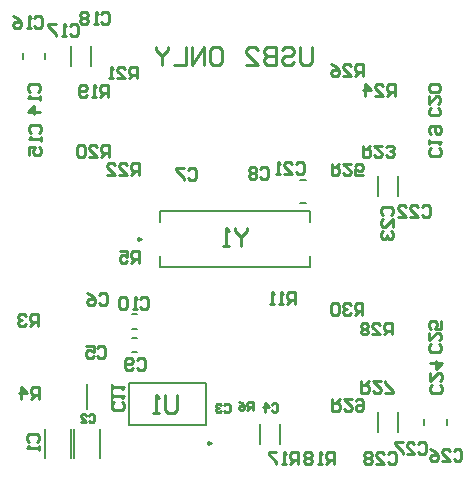
<source format=gbo>
G04*
G04 #@! TF.GenerationSoftware,Altium Limited,Altium Designer,21.0.9 (235)*
G04*
G04 Layer_Color=32896*
%FSLAX25Y25*%
%MOIN*%
G70*
G04*
G04 #@! TF.SameCoordinates,DF5498ED-4C10-4E6D-B319-6E78A4A4F47C*
G04*
G04*
G04 #@! TF.FilePolarity,Positive*
G04*
G01*
G75*
%ADD10C,0.00984*%
%ADD12C,0.00787*%
%ADD13C,0.01000*%
D10*
X47343Y78740D02*
X46604Y79166D01*
Y78314D01*
X47343Y78740D01*
X70669Y10650D02*
X69931Y11076D01*
Y10223D01*
X70669Y10650D01*
D12*
X29429Y21850D02*
Y30512D01*
X37894Y21850D02*
Y30512D01*
X44304Y48807D02*
X46248D01*
X44304Y53556D02*
X46248D01*
X44304Y40933D02*
X46248D01*
X44304Y45682D02*
X46248D01*
X8071Y138784D02*
Y140743D01*
X15551Y138784D02*
Y140743D01*
X30906Y136417D02*
Y143110D01*
X24213Y136417D02*
Y143110D01*
X100595Y90748D02*
X102554D01*
X100595Y98228D02*
X102554D01*
X126575Y93110D02*
Y99803D01*
X133268Y93110D02*
Y99803D01*
X149409Y16737D02*
Y18696D01*
X141929Y16737D02*
Y18696D01*
X126575Y14370D02*
Y21063D01*
X133268Y14370D02*
Y21063D01*
X53740Y69488D02*
Y73032D01*
Y84449D02*
Y87992D01*
X103740Y84449D02*
Y87992D01*
Y69488D02*
Y73032D01*
X53740Y87992D02*
X103740D01*
X53740Y69488D02*
X103740D01*
X93898Y10433D02*
Y17126D01*
X87205Y10433D02*
Y17126D01*
X25197Y5791D02*
Y15469D01*
X33858Y5791D02*
Y15469D01*
X43593Y16722D02*
X69203D01*
X43593D02*
Y30522D01*
X69203D01*
Y16722D02*
Y30522D01*
X15354Y5791D02*
Y15469D01*
X24016Y5791D02*
Y15469D01*
D13*
X104315Y142628D02*
Y137630D01*
X103315Y136630D01*
X101316D01*
X100316Y137630D01*
Y142628D01*
X94318Y141628D02*
X95318Y142628D01*
X97317D01*
X98317Y141628D01*
Y140629D01*
X97317Y139629D01*
X95318D01*
X94318Y138629D01*
Y137630D01*
X95318Y136630D01*
X97317D01*
X98317Y137630D01*
X92319Y142628D02*
Y136630D01*
X89320D01*
X88320Y137630D01*
Y138629D01*
X89320Y139629D01*
X92319D01*
X89320D01*
X88320Y140629D01*
Y141628D01*
X89320Y142628D01*
X92319D01*
X82322Y136630D02*
X86321D01*
X82322Y140629D01*
Y141628D01*
X83322Y142628D01*
X85321D01*
X86321Y141628D01*
X71326Y142628D02*
X73325D01*
X74325Y141628D01*
Y137630D01*
X73325Y136630D01*
X71326D01*
X70326Y137630D01*
Y141628D01*
X71326Y142628D01*
X68327Y136630D02*
Y142628D01*
X64328Y136630D01*
Y142628D01*
X62328D02*
Y136630D01*
X58330D01*
X56331Y142628D02*
Y141628D01*
X54331Y139629D01*
X52332Y141628D01*
Y142628D01*
X54331Y139629D02*
Y136630D01*
X82640Y82330D02*
Y81330D01*
X80641Y79331D01*
X78642Y81330D01*
Y82330D01*
X80641Y79331D02*
Y76332D01*
X76642D02*
X74643D01*
X75643D01*
Y82330D01*
X76642Y81330D01*
X59510Y26523D02*
Y21524D01*
X58511Y20525D01*
X56511D01*
X55512Y21524D01*
Y26523D01*
X53513Y20525D02*
X51513D01*
X52513D01*
Y26523D01*
X53513Y25523D01*
X121291Y53446D02*
Y57381D01*
X119323D01*
X118667Y56725D01*
Y55413D01*
X119323Y54757D01*
X121291D01*
X119979D02*
X118667Y53446D01*
X117355Y56725D02*
X116699Y57381D01*
X115387D01*
X114731Y56725D01*
Y56069D01*
X115387Y55413D01*
X116043D01*
X115387D01*
X114731Y54757D01*
Y54102D01*
X115387Y53446D01*
X116699D01*
X117355Y54102D01*
X113419Y56725D02*
X112764Y57381D01*
X111452D01*
X110796Y56725D01*
Y54102D01*
X111452Y53446D01*
X112764D01*
X113419Y54102D01*
Y56725D01*
X111091Y25295D02*
Y21359D01*
X113059D01*
X113715Y22015D01*
Y23327D01*
X113059Y23983D01*
X111091D01*
X112403D02*
X113715Y25295D01*
X117650D02*
X115027D01*
X117650Y22671D01*
Y22015D01*
X116995Y21359D01*
X115683D01*
X115027Y22015D01*
X118962Y24639D02*
X119618Y25295D01*
X120930D01*
X121586Y24639D01*
Y22015D01*
X120930Y21359D01*
X119618D01*
X118962Y22015D01*
Y22671D01*
X119618Y23327D01*
X121586D01*
X131133Y46851D02*
Y50787D01*
X129166D01*
X128510Y50131D01*
Y48819D01*
X129166Y48163D01*
X131133D01*
X129822D02*
X128510Y46851D01*
X124574D02*
X127198D01*
X124574Y49475D01*
Y50131D01*
X125230Y50787D01*
X126542D01*
X127198Y50131D01*
X123262D02*
X122606Y50787D01*
X121294D01*
X120638Y50131D01*
Y49475D01*
X121294Y48819D01*
X120638Y48163D01*
Y47507D01*
X121294Y46851D01*
X122606D01*
X123262Y47507D01*
Y48163D01*
X122606Y48819D01*
X123262Y49475D01*
Y50131D01*
X122606Y48819D02*
X121294D01*
X120933Y31397D02*
Y27461D01*
X122901D01*
X123557Y28117D01*
Y29429D01*
X122901Y30085D01*
X120933D01*
X122245D02*
X123557Y31397D01*
X127493D02*
X124869D01*
X127493Y28773D01*
Y28117D01*
X126837Y27461D01*
X125525D01*
X124869Y28117D01*
X128805Y27461D02*
X131429D01*
Y28117D01*
X128805Y30741D01*
Y31397D01*
X121389Y132973D02*
Y136909D01*
X119422D01*
X118766Y136253D01*
Y134941D01*
X119422Y134285D01*
X121389D01*
X120078D02*
X118766Y132973D01*
X114830D02*
X117454D01*
X114830Y135597D01*
Y136253D01*
X115486Y136909D01*
X116798D01*
X117454Y136253D01*
X110894Y136909D02*
X112206Y136253D01*
X113518Y134941D01*
Y133629D01*
X112862Y132973D01*
X111550D01*
X110894Y133629D01*
Y134285D01*
X111550Y134941D01*
X113518D01*
X110993Y103838D02*
Y99902D01*
X112960D01*
X113616Y100558D01*
Y101870D01*
X112960Y102526D01*
X110993D01*
X112304D02*
X113616Y103838D01*
X117552D02*
X114928D01*
X117552Y101214D01*
Y100558D01*
X116896Y99902D01*
X115584D01*
X114928Y100558D01*
X121488Y99902D02*
X118864D01*
Y101870D01*
X120176Y101214D01*
X120832D01*
X121488Y101870D01*
Y103182D01*
X120832Y103838D01*
X119520D01*
X118864Y103182D01*
X132019Y126280D02*
Y130216D01*
X130051D01*
X129395Y129560D01*
Y128248D01*
X130051Y127592D01*
X132019D01*
X130707D02*
X129395Y126280D01*
X125460D02*
X128084D01*
X125460Y128904D01*
Y129560D01*
X126116Y130216D01*
X127428D01*
X128084Y129560D01*
X122180Y126280D02*
Y130216D01*
X124148Y128248D01*
X121524D01*
X121327Y109842D02*
Y105906D01*
X123295D01*
X123951Y106562D01*
Y107874D01*
X123295Y108530D01*
X121327D01*
X122639D02*
X123951Y109842D01*
X127887D02*
X125263D01*
X127887Y107218D01*
Y106562D01*
X127231Y105906D01*
X125919D01*
X125263Y106562D01*
X129199D02*
X129855Y105906D01*
X131167D01*
X131822Y106562D01*
Y107218D01*
X131167Y107874D01*
X130510D01*
X131167D01*
X131822Y108530D01*
Y109186D01*
X131167Y109842D01*
X129855D01*
X129199Y109186D01*
X46685Y100099D02*
Y104035D01*
X44717D01*
X44061Y103379D01*
Y102067D01*
X44717Y101411D01*
X46685D01*
X45373D02*
X44061Y100099D01*
X40125D02*
X42749D01*
X40125Y102723D01*
Y103379D01*
X40781Y104035D01*
X42093D01*
X42749Y103379D01*
X36189Y100099D02*
X38813D01*
X36189Y102723D01*
Y103379D01*
X36845Y104035D01*
X38157D01*
X38813Y103379D01*
X46009Y132186D02*
Y136121D01*
X44041D01*
X43385Y135465D01*
Y134153D01*
X44041Y133498D01*
X46009D01*
X44697D02*
X43385Y132186D01*
X39450D02*
X42073D01*
X39450Y134810D01*
Y135465D01*
X40105Y136121D01*
X41417D01*
X42073Y135465D01*
X38138Y132186D02*
X36826D01*
X37482D01*
Y136121D01*
X38138Y135465D01*
X36744Y106103D02*
Y110039D01*
X34776D01*
X34120Y109383D01*
Y108071D01*
X34776Y107415D01*
X36744D01*
X35432D02*
X34120Y106103D01*
X30184D02*
X32808D01*
X30184Y108727D01*
Y109383D01*
X30840Y110039D01*
X32152D01*
X32808Y109383D01*
X28872D02*
X28216Y110039D01*
X26904D01*
X26248Y109383D01*
Y106759D01*
X26904Y106103D01*
X28216D01*
X28872Y106759D01*
Y109383D01*
X36514Y126083D02*
Y130019D01*
X34546D01*
X33890Y129363D01*
Y128051D01*
X34546Y127395D01*
X36514D01*
X35202D02*
X33890Y126083D01*
X32578D02*
X31266D01*
X31922D01*
Y130019D01*
X32578Y129363D01*
X29299Y126739D02*
X28643Y126083D01*
X27331D01*
X26675Y126739D01*
Y129363D01*
X27331Y130019D01*
X28643D01*
X29299Y129363D01*
Y128707D01*
X28643Y128051D01*
X26675D01*
X111711Y3839D02*
Y7775D01*
X109743D01*
X109087Y7119D01*
Y5807D01*
X109743Y5151D01*
X111711D01*
X110399D02*
X109087Y3839D01*
X107775D02*
X106463D01*
X107119D01*
Y7775D01*
X107775Y7119D01*
X104496D02*
X103840Y7775D01*
X102528D01*
X101872Y7119D01*
Y6463D01*
X102528Y5807D01*
X101872Y5151D01*
Y4495D01*
X102528Y3839D01*
X103840D01*
X104496Y4495D01*
Y5151D01*
X103840Y5807D01*
X104496Y6463D01*
Y7119D01*
X103840Y5807D02*
X102528D01*
X99802Y3642D02*
Y7578D01*
X97834D01*
X97178Y6922D01*
Y5610D01*
X97834Y4954D01*
X99802D01*
X98490D02*
X97178Y3642D01*
X95866D02*
X94554D01*
X95210D01*
Y7578D01*
X95866Y6922D01*
X92586Y7578D02*
X89962D01*
Y6922D01*
X92586Y4298D01*
Y3642D01*
X98850Y56989D02*
Y60925D01*
X96882D01*
X96227Y60269D01*
Y58957D01*
X96882Y58301D01*
X98850D01*
X97538D02*
X96227Y56989D01*
X94915D02*
X93603D01*
X94259D01*
Y60925D01*
X94915Y60269D01*
X91635Y56989D02*
X90323D01*
X90979D01*
Y60925D01*
X91635Y60269D01*
X84678Y21752D02*
Y24507D01*
X83300D01*
X82841Y24048D01*
Y23130D01*
X83300Y22671D01*
X84678D01*
X83759D02*
X82841Y21752D01*
X80086Y24507D02*
X81004Y24048D01*
X81923Y23130D01*
Y22212D01*
X81463Y21752D01*
X80545D01*
X80086Y22212D01*
Y22671D01*
X80545Y23130D01*
X81923D01*
X46882Y70670D02*
Y74606D01*
X44914D01*
X44258Y73950D01*
Y72638D01*
X44914Y71982D01*
X46882D01*
X45570D02*
X44258Y70670D01*
X40323Y74606D02*
X42946D01*
Y72638D01*
X41635Y73294D01*
X40979D01*
X40323Y72638D01*
Y71326D01*
X40979Y70670D01*
X42290D01*
X42946Y71326D01*
X13418Y25394D02*
Y29330D01*
X11450D01*
X10794Y28674D01*
Y27362D01*
X11450Y26706D01*
X13418D01*
X12106D02*
X10794Y25394D01*
X7514D02*
Y29330D01*
X9482Y27362D01*
X6858D01*
X13024Y49804D02*
Y53740D01*
X11056D01*
X10400Y53084D01*
Y51772D01*
X11056Y51116D01*
X13024D01*
X11712D02*
X10400Y49804D01*
X9088Y53084D02*
X8432Y53740D01*
X7120D01*
X6464Y53084D01*
Y52428D01*
X7120Y51772D01*
X7776D01*
X7120D01*
X6464Y51116D01*
Y50460D01*
X7120Y49804D01*
X8432D01*
X9088Y50460D01*
X129691Y7119D02*
X130347Y7775D01*
X131659D01*
X132315Y7119D01*
Y4495D01*
X131659Y3839D01*
X130347D01*
X129691Y4495D01*
X125755Y3839D02*
X128379D01*
X125755Y6463D01*
Y7119D01*
X126411Y7775D01*
X127723D01*
X128379Y7119D01*
X124443D02*
X123787Y7775D01*
X122475D01*
X121819Y7119D01*
Y6463D01*
X122475Y5807D01*
X121819Y5151D01*
Y4495D01*
X122475Y3839D01*
X123787D01*
X124443Y4495D01*
Y5151D01*
X123787Y5807D01*
X124443Y6463D01*
Y7119D01*
X123787Y5807D02*
X122475D01*
X139927Y10367D02*
X140583Y11023D01*
X141895D01*
X142551Y10367D01*
Y7743D01*
X141895Y7087D01*
X140583D01*
X139927Y7743D01*
X135991Y7087D02*
X138615D01*
X135991Y9711D01*
Y10367D01*
X136647Y11023D01*
X137959D01*
X138615Y10367D01*
X134679Y11023D02*
X132055D01*
Y10367D01*
X134679Y7743D01*
Y7087D01*
X151640Y8005D02*
X152295Y8661D01*
X153607D01*
X154263Y8005D01*
Y5381D01*
X153607Y4725D01*
X152295D01*
X151640Y5381D01*
X147704Y4725D02*
X150328D01*
X147704Y7349D01*
Y8005D01*
X148360Y8661D01*
X149672D01*
X150328Y8005D01*
X143768Y8661D02*
X145080Y8005D01*
X146392Y6693D01*
Y5381D01*
X145736Y4725D01*
X144424D01*
X143768Y5381D01*
Y6037D01*
X144424Y6693D01*
X146392D01*
X146784Y43538D02*
X147440Y42882D01*
Y41570D01*
X146784Y40914D01*
X144160D01*
X143505Y41570D01*
Y42882D01*
X144160Y43538D01*
X143505Y47473D02*
Y44850D01*
X146128Y47473D01*
X146784D01*
X147440Y46817D01*
Y45505D01*
X146784Y44850D01*
X147440Y51409D02*
Y48785D01*
X145473D01*
X146128Y50097D01*
Y50753D01*
X145473Y51409D01*
X144160D01*
X143505Y50753D01*
Y49441D01*
X144160Y48785D01*
X146981Y30053D02*
X147637Y29397D01*
Y28085D01*
X146981Y27430D01*
X144357D01*
X143701Y28085D01*
Y29397D01*
X144357Y30053D01*
X143701Y33989D02*
Y31365D01*
X146325Y33989D01*
X146981D01*
X147637Y33333D01*
Y32021D01*
X146981Y31365D01*
X143701Y37269D02*
X147637D01*
X145669Y35301D01*
Y37925D01*
X128216Y86580D02*
X127560Y87236D01*
Y88548D01*
X128216Y89204D01*
X130840D01*
X131495Y88548D01*
Y87236D01*
X130840Y86580D01*
X131495Y82645D02*
Y85269D01*
X128872Y82645D01*
X128216D01*
X127560Y83301D01*
Y84613D01*
X128216Y85269D01*
Y81333D02*
X127560Y80677D01*
Y79365D01*
X128216Y78709D01*
X128872D01*
X129527Y79365D01*
Y80021D01*
Y79365D01*
X130183Y78709D01*
X130840D01*
X131495Y79365D01*
Y80677D01*
X130840Y81333D01*
X141108Y89403D02*
X141764Y90058D01*
X143076D01*
X143732Y89403D01*
Y86779D01*
X143076Y86123D01*
X141764D01*
X141108Y86779D01*
X137172Y86123D02*
X139796D01*
X137172Y88747D01*
Y89403D01*
X137828Y90058D01*
X139140D01*
X139796Y89403D01*
X133237Y86123D02*
X135860D01*
X133237Y88747D01*
Y89403D01*
X133893Y90058D01*
X135205D01*
X135860Y89403D01*
X99114Y103772D02*
X99770Y104429D01*
X101081D01*
X101737Y103772D01*
Y101149D01*
X101081Y100493D01*
X99770D01*
X99114Y101149D01*
X95178Y100493D02*
X97802D01*
X95178Y103117D01*
Y103772D01*
X95834Y104429D01*
X97146D01*
X97802Y103772D01*
X93866Y100493D02*
X92554D01*
X93210D01*
Y104429D01*
X93866Y103772D01*
X146588Y122475D02*
X147243Y121819D01*
Y120507D01*
X146588Y119851D01*
X143964D01*
X143308Y120507D01*
Y121819D01*
X143964Y122475D01*
X143308Y126410D02*
Y123786D01*
X145931Y126410D01*
X146588D01*
X147243Y125754D01*
Y124443D01*
X146588Y123786D01*
Y127722D02*
X147243Y128378D01*
Y129690D01*
X146588Y130346D01*
X143964D01*
X143308Y129690D01*
Y128378D01*
X143964Y127722D01*
X146588D01*
X146883Y109023D02*
X147539Y108367D01*
Y107055D01*
X146883Y106399D01*
X144259D01*
X143603Y107055D01*
Y108367D01*
X144259Y109023D01*
X143603Y110335D02*
Y111647D01*
Y110991D01*
X147539D01*
X146883Y110335D01*
X144259Y113615D02*
X143603Y114271D01*
Y115583D01*
X144259Y116239D01*
X146883D01*
X147539Y115583D01*
Y114271D01*
X146883Y113615D01*
X146227D01*
X145571Y114271D01*
Y116239D01*
X34284Y153576D02*
X34940Y154232D01*
X36252D01*
X36908Y153576D01*
Y150952D01*
X36252Y150296D01*
X34940D01*
X34284Y150952D01*
X32972Y150296D02*
X31660D01*
X32316D01*
Y154232D01*
X32972Y153576D01*
X29692D02*
X29036Y154232D01*
X27724D01*
X27068Y153576D01*
Y152920D01*
X27724Y152264D01*
X27068Y151608D01*
Y150952D01*
X27724Y150296D01*
X29036D01*
X29692Y150952D01*
Y151608D01*
X29036Y152264D01*
X29692Y152920D01*
Y153576D01*
X29036Y152264D02*
X27724D01*
X23753Y149737D02*
X24408Y150393D01*
X25720D01*
X26376Y149737D01*
Y147113D01*
X25720Y146457D01*
X24408D01*
X23753Y147113D01*
X22441Y146457D02*
X21129D01*
X21785D01*
Y150393D01*
X22441Y149737D01*
X19161Y150393D02*
X16537D01*
Y149737D01*
X19161Y147113D01*
Y146457D01*
X11942Y152395D02*
X12597Y153050D01*
X13909D01*
X14565Y152395D01*
Y149771D01*
X13909Y149115D01*
X12597D01*
X11942Y149771D01*
X10630Y149115D02*
X9318D01*
X9974D01*
Y153050D01*
X10630Y152395D01*
X4726Y153050D02*
X6038Y152395D01*
X7350Y151083D01*
Y149771D01*
X6694Y149115D01*
X5382D01*
X4726Y149771D01*
Y150427D01*
X5382Y151083D01*
X7350D01*
X10696Y113910D02*
X10040Y114566D01*
Y115878D01*
X10696Y116534D01*
X13320D01*
X13976Y115878D01*
Y114566D01*
X13320Y113910D01*
X13976Y112598D02*
Y111286D01*
Y111942D01*
X10040D01*
X10696Y112598D01*
X10040Y106694D02*
Y109318D01*
X12008D01*
X11352Y108006D01*
Y107351D01*
X12008Y106694D01*
X13320D01*
X13976Y107351D01*
Y108662D01*
X13320Y109318D01*
X10401Y127690D02*
X9745Y128346D01*
Y129657D01*
X10401Y130313D01*
X13025D01*
X13680Y129657D01*
Y128346D01*
X13025Y127690D01*
X13680Y126378D02*
Y125066D01*
Y125722D01*
X9745D01*
X10401Y126378D01*
X13680Y121130D02*
X9745D01*
X11713Y123098D01*
Y120474D01*
X41174Y24246D02*
X41830Y23590D01*
Y22278D01*
X41174Y21622D01*
X38550D01*
X37894Y22278D01*
Y23590D01*
X38550Y24246D01*
X37894Y25558D02*
Y26870D01*
Y26214D01*
X41830D01*
X41174Y25558D01*
X37894Y28838D02*
Y30149D01*
Y29494D01*
X41830D01*
X41174Y28838D01*
X47276Y58792D02*
X47932Y59448D01*
X49244D01*
X49900Y58792D01*
Y56168D01*
X49244Y55512D01*
X47932D01*
X47276Y56168D01*
X45964Y55512D02*
X44652D01*
X45308D01*
Y59448D01*
X45964Y58792D01*
X42685D02*
X42028Y59448D01*
X40717D01*
X40061Y58792D01*
Y56168D01*
X40717Y55512D01*
X42028D01*
X42685Y56168D01*
Y58792D01*
X46227Y38320D02*
X46883Y38976D01*
X48195D01*
X48851Y38320D01*
Y35696D01*
X48195Y35040D01*
X46883D01*
X46227Y35696D01*
X44915D02*
X44259Y35040D01*
X42947D01*
X42291Y35696D01*
Y38320D01*
X42947Y38976D01*
X44259D01*
X44915Y38320D01*
Y37664D01*
X44259Y37008D01*
X42291D01*
X87270Y102001D02*
X87926Y102657D01*
X89238D01*
X89894Y102001D01*
Y99377D01*
X89238Y98721D01*
X87926D01*
X87270Y99377D01*
X85958Y102001D02*
X85302Y102657D01*
X83990D01*
X83334Y102001D01*
Y101345D01*
X83990Y100689D01*
X83334Y100033D01*
Y99377D01*
X83990Y98721D01*
X85302D01*
X85958Y99377D01*
Y100033D01*
X85302Y100689D01*
X85958Y101345D01*
Y102001D01*
X85302Y100689D02*
X83990D01*
X63058Y101607D02*
X63714Y102263D01*
X65025D01*
X65681Y101607D01*
Y98983D01*
X65025Y98327D01*
X63714D01*
X63058Y98983D01*
X61746Y102263D02*
X59122D01*
Y101607D01*
X61746Y98983D01*
Y98327D01*
X33432Y60072D02*
X34087Y60728D01*
X35399D01*
X36055Y60072D01*
Y57448D01*
X35399Y56792D01*
X34087D01*
X33432Y57448D01*
X29496Y60728D02*
X30808Y60072D01*
X32120Y58760D01*
Y57448D01*
X31464Y56792D01*
X30152D01*
X29496Y57448D01*
Y58104D01*
X30152Y58760D01*
X32120D01*
X32939Y42257D02*
X33595Y42913D01*
X34907D01*
X35563Y42257D01*
Y39633D01*
X34907Y38977D01*
X33595D01*
X32939Y39633D01*
X29004Y42913D02*
X31628D01*
Y40945D01*
X30316Y41601D01*
X29660D01*
X29004Y40945D01*
Y39633D01*
X29660Y38977D01*
X30972D01*
X31628Y39633D01*
X91010Y23458D02*
X91470Y23917D01*
X92388D01*
X92847Y23458D01*
Y21621D01*
X92388Y21162D01*
X91470D01*
X91010Y21621D01*
X88714Y21162D02*
Y23917D01*
X90092Y22539D01*
X88255D01*
X75164Y23340D02*
X75623Y23799D01*
X76541D01*
X77001Y23340D01*
Y21503D01*
X76541Y21044D01*
X75623D01*
X75164Y21503D01*
X74246Y23340D02*
X73786Y23799D01*
X72868D01*
X72409Y23340D01*
Y22880D01*
X72868Y22421D01*
X73327D01*
X72868D01*
X72409Y21962D01*
Y21503D01*
X72868Y21044D01*
X73786D01*
X74246Y21503D01*
X30085Y19816D02*
X30544Y20275D01*
X31463D01*
X31922Y19816D01*
Y17979D01*
X31463Y17520D01*
X30544D01*
X30085Y17979D01*
X27330Y17520D02*
X29167D01*
X27330Y19357D01*
Y19816D01*
X27789Y20275D01*
X28708D01*
X29167Y19816D01*
X10105Y11122D02*
X9449Y11778D01*
Y13090D01*
X10105Y13746D01*
X12729D01*
X13385Y13090D01*
Y11778D01*
X12729Y11122D01*
X13385Y9810D02*
Y8498D01*
Y9154D01*
X9449D01*
X10105Y9810D01*
M02*

</source>
